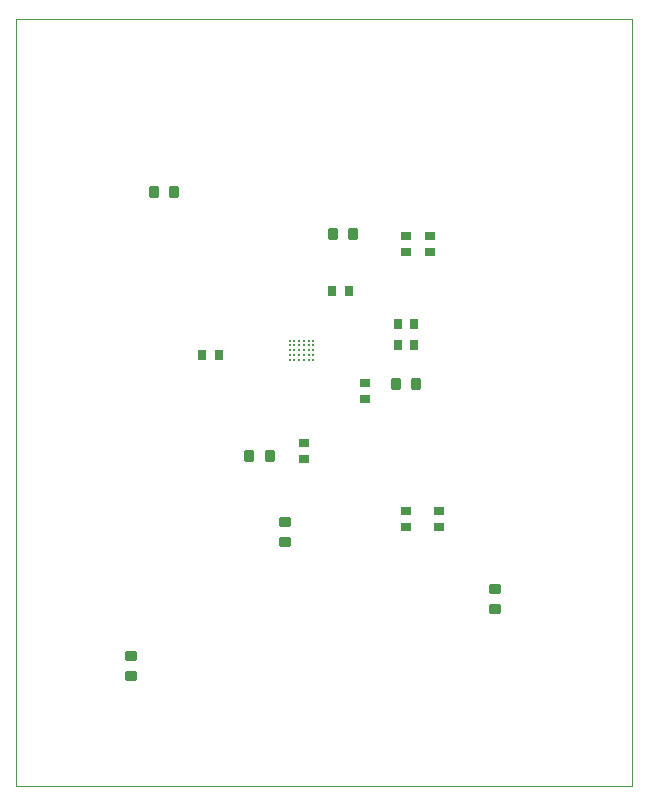
<source format=gtp>
G04*
G04 #@! TF.GenerationSoftware,Altium Limited,Altium Designer,22.1.2 (22)*
G04*
G04 Layer_Color=8421504*
%FSLAX25Y25*%
%MOIN*%
G70*
G04*
G04 #@! TF.SameCoordinates,E10519B3-167D-45EA-A28F-B3D4EE67A307*
G04*
G04*
G04 #@! TF.FilePolarity,Positive*
G04*
G01*
G75*
%ADD15C,0.00400*%
G04:AMPARAMS|DCode=16|XSize=39.37mil|YSize=35.43mil|CornerRadius=4.43mil|HoleSize=0mil|Usage=FLASHONLY|Rotation=180.000|XOffset=0mil|YOffset=0mil|HoleType=Round|Shape=RoundedRectangle|*
%AMROUNDEDRECTD16*
21,1,0.03937,0.02657,0,0,180.0*
21,1,0.03051,0.03543,0,0,180.0*
1,1,0.00886,-0.01526,0.01329*
1,1,0.00886,0.01526,0.01329*
1,1,0.00886,0.01526,-0.01329*
1,1,0.00886,-0.01526,-0.01329*
%
%ADD16ROUNDEDRECTD16*%
G04:AMPARAMS|DCode=17|XSize=39.37mil|YSize=35.43mil|CornerRadius=4.43mil|HoleSize=0mil|Usage=FLASHONLY|Rotation=270.000|XOffset=0mil|YOffset=0mil|HoleType=Round|Shape=RoundedRectangle|*
%AMROUNDEDRECTD17*
21,1,0.03937,0.02657,0,0,270.0*
21,1,0.03051,0.03543,0,0,270.0*
1,1,0.00886,-0.01329,-0.01526*
1,1,0.00886,-0.01329,0.01526*
1,1,0.00886,0.01329,0.01526*
1,1,0.00886,0.01329,-0.01526*
%
%ADD17ROUNDEDRECTD17*%
%ADD18R,0.02953X0.03740*%
%ADD19R,0.03740X0.02953*%
%ADD20C,0.00945*%
D15*
X100000Y100000D02*
Y355600D01*
X305300D01*
Y100000D02*
Y355600D01*
X100000Y100000D02*
X305300D01*
D16*
X259600Y165893D02*
D03*
Y159200D02*
D03*
X189800Y181400D02*
D03*
Y188093D02*
D03*
X138400Y143347D02*
D03*
Y136653D02*
D03*
D17*
X177807Y209900D02*
D03*
X184500D02*
D03*
X226654Y234000D02*
D03*
X233347D02*
D03*
X146000Y298000D02*
D03*
X152693D02*
D03*
X205654Y284000D02*
D03*
X212347D02*
D03*
D18*
X162144Y243700D02*
D03*
X167656D02*
D03*
X232756Y254000D02*
D03*
X227244D02*
D03*
X232756Y247000D02*
D03*
X227244D02*
D03*
X211000Y265000D02*
D03*
X205488D02*
D03*
D19*
X216200Y228944D02*
D03*
Y234456D02*
D03*
X196000Y209000D02*
D03*
Y214512D02*
D03*
X230000Y186244D02*
D03*
Y191756D02*
D03*
X241000Y186244D02*
D03*
Y191756D02*
D03*
X238000Y278000D02*
D03*
Y283512D02*
D03*
X230000Y278044D02*
D03*
Y283556D02*
D03*
D20*
X191238Y242193D02*
D03*
Y243768D02*
D03*
Y245342D02*
D03*
Y246917D02*
D03*
Y248492D02*
D03*
X192813Y242193D02*
D03*
Y243768D02*
D03*
Y245342D02*
D03*
Y246917D02*
D03*
Y248492D02*
D03*
X194388Y242193D02*
D03*
Y243768D02*
D03*
Y245342D02*
D03*
Y246917D02*
D03*
Y248492D02*
D03*
X195963Y242193D02*
D03*
Y243768D02*
D03*
Y245342D02*
D03*
Y246917D02*
D03*
Y248492D02*
D03*
X197537Y242193D02*
D03*
Y243768D02*
D03*
Y245342D02*
D03*
Y246917D02*
D03*
Y248492D02*
D03*
X199112Y242193D02*
D03*
Y243768D02*
D03*
Y245342D02*
D03*
Y246917D02*
D03*
Y248492D02*
D03*
M02*

</source>
